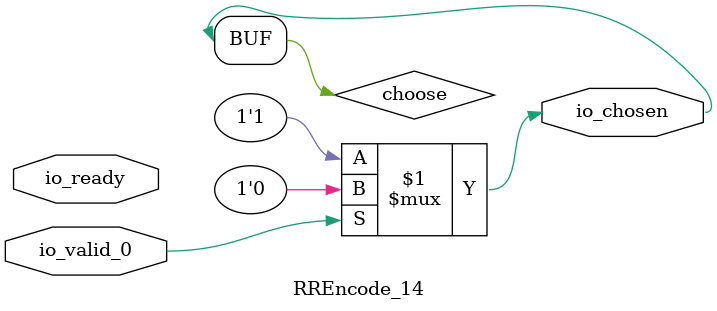
<source format=v>
module RREncode_14( 
    input  io_valid_0, 
    output io_chosen,  
    input  io_ready);
  
  wire choose;        
  assign io_chosen = choose; 
  assign choose = io_valid_0 ? 1'h0 : 1'h1;
endmodule 
</source>
